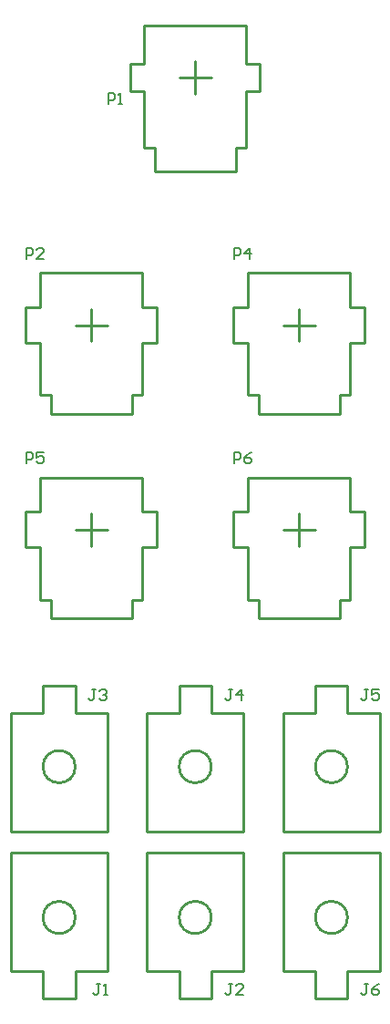
<source format=gto>
G04*
G04 #@! TF.GenerationSoftware,Altium Limited,Altium Designer,25.8.1 (18)*
G04*
G04 Layer_Color=65535*
%FSLAX44Y44*%
%MOMM*%
G71*
G04*
G04 #@! TF.SameCoordinates,31FAA1C7-D2ED-409D-A29A-1505F3418D97*
G04*
G04*
G04 #@! TF.FilePolarity,Positive*
G04*
G01*
G75*
%ADD10C,0.2540*%
%ADD11C,0.1500*%
D10*
X338000Y240000D02*
G03*
X338000Y240000I-15000J0D01*
G01*
X211500D02*
G03*
X211500Y240000I-15000J0D01*
G01*
X85000D02*
G03*
X85000Y240000I-15000J0D01*
G01*
Y100000D02*
G03*
X85000Y100000I-15000J0D01*
G01*
X211500D02*
G03*
X211500Y100000I-15000J0D01*
G01*
X338000D02*
G03*
X338000Y100000I-15000J0D01*
G01*
X293000Y445000D02*
Y475000D01*
X278000Y460000D02*
X308000D01*
X330500Y395000D02*
X340500D01*
X245500D02*
X255500D01*
X330500Y377450D02*
Y395000D01*
X255500Y377450D02*
X330500D01*
X255500D02*
Y395000D01*
X245500Y508500D02*
X293000D01*
X340500D01*
X232040Y443490D02*
X245500D01*
X232040D02*
Y476510D01*
X245500D01*
Y508500D01*
Y395000D02*
Y443490D01*
X340500D02*
X353960D01*
Y476510D01*
X340500D02*
X353960D01*
X340500D02*
Y508500D01*
Y395000D02*
Y443490D01*
X100000Y445000D02*
Y475000D01*
X85000Y460000D02*
X115000D01*
X137500Y395000D02*
X147500D01*
X52500D02*
X62500D01*
X137500Y377450D02*
Y395000D01*
X62500Y377450D02*
X137500D01*
X62500D02*
Y395000D01*
X52500Y508500D02*
X100000D01*
X147500D01*
X39040Y443490D02*
X52500D01*
X39040D02*
Y476510D01*
X52500D01*
Y508500D01*
Y395000D02*
Y443490D01*
X147500D02*
X160960D01*
Y476510D01*
X147500D02*
X160960D01*
X147500D02*
Y508500D01*
Y395000D02*
Y443490D01*
X293000Y635000D02*
Y665000D01*
X278000Y650000D02*
X308000D01*
X330500Y585000D02*
X340500D01*
X245500D02*
X255500D01*
X330500Y567450D02*
Y585000D01*
X255500Y567450D02*
X330500D01*
X255500D02*
Y585000D01*
X245500Y698500D02*
X293000D01*
X340500D01*
X232040Y633490D02*
X245500D01*
X232040D02*
Y666510D01*
X245500D01*
Y698500D01*
Y585000D02*
Y633490D01*
X340500D02*
X353960D01*
Y666510D01*
X340500D02*
X353960D01*
X340500D02*
Y698500D01*
Y585000D02*
Y633490D01*
X100000Y635000D02*
Y665000D01*
X85000Y650000D02*
X115000D01*
X137500Y585000D02*
X147500D01*
X52500D02*
X62500D01*
X137500Y567450D02*
Y585000D01*
X62500Y567450D02*
X137500D01*
X62500D02*
Y585000D01*
X52500Y698500D02*
X100000D01*
X147500D01*
X39040Y633490D02*
X52500D01*
X39040D02*
Y666510D01*
X52500D01*
Y698500D01*
Y585000D02*
Y633490D01*
X147500D02*
X160960D01*
Y666510D01*
X147500D02*
X160960D01*
X147500D02*
Y698500D01*
Y585000D02*
Y633490D01*
X244000Y815000D02*
Y867500D01*
Y892500D02*
Y928500D01*
Y892500D02*
X256500D01*
Y867500D02*
Y892500D01*
X244000Y867500D02*
X256500D01*
X149000Y815000D02*
Y867500D01*
Y892500D02*
Y928500D01*
X136500Y892500D02*
X149000D01*
X136500Y867500D02*
Y892500D01*
Y867500D02*
X149000D01*
X196500Y928500D02*
X244000D01*
X149000D02*
X196500D01*
X159000Y792500D02*
Y815000D01*
Y792500D02*
X234000D01*
Y815000D01*
X149000D02*
X159000D01*
X234000D02*
X244000D01*
X181500Y880000D02*
X211500D01*
X196500Y865000D02*
Y895000D01*
X278000Y180000D02*
X368000D01*
X278000D02*
Y290000D01*
X368000Y180000D02*
Y290000D01*
X338000D02*
Y315000D01*
X308000D02*
X338000D01*
X308000Y290000D02*
Y315000D01*
X338000Y290000D02*
X368000D01*
X278000D02*
X308000D01*
X151500Y180000D02*
X241500D01*
X151500D02*
Y290000D01*
X241500Y180000D02*
Y290000D01*
X211500D02*
Y315000D01*
X181500D02*
X211500D01*
X181500Y290000D02*
Y315000D01*
X211500Y290000D02*
X241500D01*
X151500D02*
X181500D01*
X25000Y180000D02*
X115000D01*
X25000D02*
Y290000D01*
X115000Y180000D02*
Y290000D01*
X85000D02*
Y315000D01*
X55000D02*
X85000D01*
X55000Y290000D02*
Y315000D01*
X85000Y290000D02*
X115000D01*
X25000D02*
X55000D01*
X25000Y160000D02*
X115000D01*
Y50000D02*
Y160000D01*
X25000Y50000D02*
Y160000D01*
X55000Y25000D02*
Y50000D01*
Y25000D02*
X85000D01*
Y50000D01*
X25000D02*
X55000D01*
X85000D02*
X115000D01*
X151500Y160000D02*
X241500D01*
Y50000D02*
Y160000D01*
X151500Y50000D02*
Y160000D01*
X181500Y25000D02*
Y50000D01*
Y25000D02*
X211500D01*
Y50000D01*
X151500D02*
X181500D01*
X211500D02*
X241500D01*
X278000Y160000D02*
X368000D01*
Y50000D02*
Y160000D01*
X278000Y50000D02*
Y160000D01*
X308000Y25000D02*
Y50000D01*
Y25000D02*
X338000D01*
Y50000D01*
X278000D02*
X308000D01*
X338000D02*
X368000D01*
D11*
X232284Y521530D02*
Y531527D01*
X237282D01*
X238948Y529861D01*
Y526528D01*
X237282Y524862D01*
X232284D01*
X248945Y531527D02*
X245613Y529861D01*
X242281Y526528D01*
Y523196D01*
X243947Y521530D01*
X247279D01*
X248945Y523196D01*
Y524862D01*
X247279Y526528D01*
X242281D01*
X39244Y521530D02*
Y531527D01*
X44242D01*
X45908Y529861D01*
Y526528D01*
X44242Y524862D01*
X39244D01*
X55905Y531527D02*
X49241D01*
Y526528D01*
X52573Y528195D01*
X54239D01*
X55905Y526528D01*
Y523196D01*
X54239Y521530D01*
X50907D01*
X49241Y523196D01*
X232284Y711522D02*
Y721519D01*
X237282D01*
X238948Y719853D01*
Y716520D01*
X237282Y714854D01*
X232284D01*
X247279Y711522D02*
Y721519D01*
X242281Y716520D01*
X248945D01*
X39244Y711522D02*
Y721519D01*
X44242D01*
X45908Y719853D01*
Y716520D01*
X44242Y714854D01*
X39244D01*
X55905Y711522D02*
X49241D01*
X55905Y718186D01*
Y719853D01*
X54239Y721519D01*
X50907D01*
X49241Y719853D01*
X115444Y855540D02*
Y865537D01*
X120442D01*
X122108Y863871D01*
Y860538D01*
X120442Y858872D01*
X115444D01*
X125441Y855540D02*
X128773D01*
X127107D01*
Y865537D01*
X125441Y863871D01*
X357280Y38446D02*
X353947D01*
X355614D01*
Y30115D01*
X353947Y28449D01*
X352281D01*
X350615Y30115D01*
X367276Y38446D02*
X363944Y36780D01*
X360612Y33447D01*
Y30115D01*
X362278Y28449D01*
X365610D01*
X367276Y30115D01*
Y31781D01*
X365610Y33447D01*
X360612D01*
X357280Y311534D02*
X353947D01*
X355614D01*
Y303203D01*
X353947Y301537D01*
X352281D01*
X350615Y303203D01*
X367276Y311534D02*
X360612D01*
Y306535D01*
X363944Y308202D01*
X365610D01*
X367276Y306535D01*
Y303203D01*
X365610Y301537D01*
X362278D01*
X360612Y303203D01*
X230788Y311534D02*
X227456D01*
X229122D01*
Y303203D01*
X227456Y301537D01*
X225789D01*
X224123Y303203D01*
X239118Y301537D02*
Y311534D01*
X234120Y306535D01*
X240784D01*
X104296Y311534D02*
X100963D01*
X102630D01*
Y303203D01*
X100963Y301537D01*
X99297D01*
X97631Y303203D01*
X107628Y309868D02*
X109294Y311534D01*
X112626D01*
X114292Y309868D01*
Y308202D01*
X112626Y306535D01*
X110960D01*
X112626D01*
X114292Y304869D01*
Y303203D01*
X112626Y301537D01*
X109294D01*
X107628Y303203D01*
X230788Y38446D02*
X227456D01*
X229122D01*
Y30115D01*
X227456Y28449D01*
X225789D01*
X224123Y30115D01*
X240784Y28449D02*
X234120D01*
X240784Y35114D01*
Y36780D01*
X239118Y38446D01*
X235786D01*
X234120Y36780D01*
X108503Y38446D02*
X105170D01*
X106837D01*
Y30115D01*
X105170Y28449D01*
X103504D01*
X101838Y30115D01*
X111835Y28449D02*
X115167D01*
X113501D01*
Y38446D01*
X111835Y36780D01*
M02*

</source>
